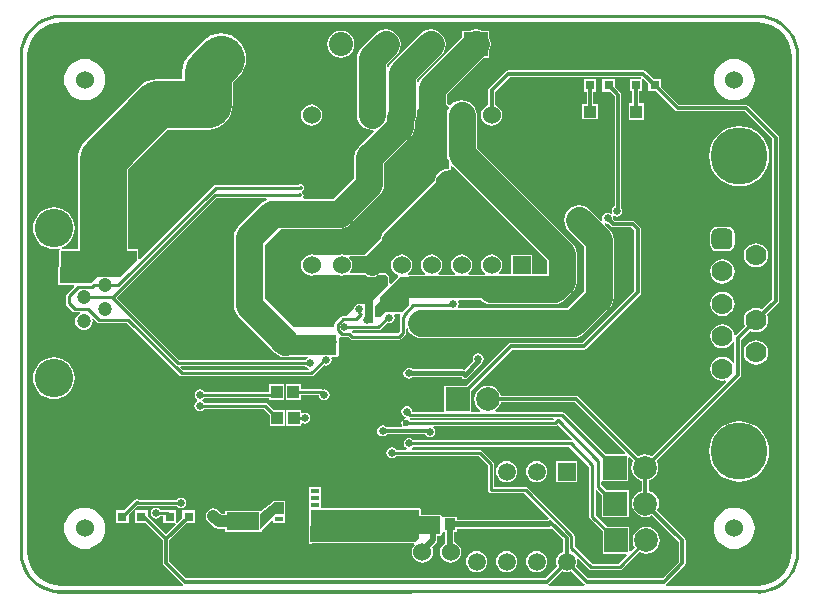
<source format=gtl>
G04 Layer_Physical_Order=1*
G04 Layer_Color=25308*
%FSLAX24Y24*%
%MOIN*%
G70*
G01*
G75*
%ADD10R,0.0315X0.1181*%
%ADD11R,0.0295X0.0157*%
%ADD12R,0.1102X0.0591*%
%ADD13R,0.0394X0.0433*%
%ADD14R,0.0413X0.0394*%
%ADD15R,0.0315X0.0315*%
%ADD16R,0.0354X0.0413*%
%ADD17C,0.0100*%
%ADD18C,0.1575*%
%ADD19C,0.0886*%
%ADD20C,0.0157*%
%ADD21C,0.0118*%
%ADD22C,0.0887*%
%ADD23C,0.0492*%
%ADD24C,0.0394*%
%ADD25C,0.0197*%
%ADD26C,0.0591*%
%ADD27C,0.0689*%
%ADD28R,0.1319X0.1319*%
%ADD29R,0.6451X0.1306*%
%ADD30R,0.0870X0.2572*%
%ADD31R,0.1772X0.0695*%
%ADD32R,0.0287X0.0826*%
%ADD33R,0.2749X0.0719*%
%ADD34R,0.0818X0.0594*%
%ADD35C,0.0600*%
%ADD36C,0.0472*%
%ADD37C,0.1280*%
%ADD38C,0.0591*%
%ADD39R,0.0591X0.0591*%
%ADD40C,0.0700*%
G04:AMPARAMS|DCode=41|XSize=70mil|YSize=70mil|CornerRadius=17.5mil|HoleSize=0mil|Usage=FLASHONLY|Rotation=90.000|XOffset=0mil|YOffset=0mil|HoleType=Round|Shape=RoundedRectangle|*
%AMROUNDEDRECTD41*
21,1,0.0700,0.0350,0,0,90.0*
21,1,0.0350,0.0700,0,0,90.0*
1,1,0.0350,0.0175,0.0175*
1,1,0.0350,0.0175,-0.0175*
1,1,0.0350,-0.0175,-0.0175*
1,1,0.0350,-0.0175,0.0175*
%
%ADD41ROUNDEDRECTD41*%
%ADD42C,0.1900*%
%ADD43R,0.0600X0.0600*%
%ADD44C,0.0787*%
%ADD45R,0.0787X0.0787*%
%ADD46C,0.1378*%
%ADD47R,0.1378X0.1378*%
%ADD48C,0.0800*%
%ADD49R,0.0800X0.0800*%
%ADD50C,0.0256*%
%ADD51C,0.0252*%
%ADD52C,0.0394*%
%ADD53C,0.0236*%
%ADD54C,0.0138*%
G36*
X28563Y45066D02*
X28774Y45015D01*
X28974Y44932D01*
X29159Y44819D01*
X29324Y44678D01*
X29465Y44513D01*
X29578Y44328D01*
X29661Y44128D01*
X29712Y43917D01*
X29728Y43705D01*
X29725Y43701D01*
X29725D01*
X29729Y27165D01*
X29712Y26949D01*
X29661Y26738D01*
X29578Y26538D01*
X29465Y26353D01*
X29324Y26188D01*
X29159Y26047D01*
X28974Y25934D01*
X28774Y25851D01*
X28563Y25800D01*
X28351Y25783D01*
X28346Y25787D01*
Y25787D01*
X5118Y25783D01*
X4902Y25800D01*
X4691Y25851D01*
X4491Y25934D01*
X4306Y26047D01*
X4141Y26188D01*
X4000Y26353D01*
X3886Y26538D01*
X3803Y26738D01*
X3753Y26949D01*
X3736Y27161D01*
X3740Y27165D01*
X3740D01*
X3736Y43701D01*
X3753Y43917D01*
X3803Y44128D01*
X3886Y44328D01*
X4000Y44513D01*
X4141Y44678D01*
X4306Y44819D01*
X4491Y44932D01*
X4691Y45015D01*
X4902Y45066D01*
X5114Y45083D01*
X5118Y45079D01*
Y45079D01*
X28346Y45083D01*
X28563Y45066D01*
D02*
G37*
%LPC*%
G36*
X28346Y44976D02*
Y44974D01*
X5118D01*
Y44976D01*
X4919Y44961D01*
X4724Y44914D01*
X4539Y44837D01*
X4368Y44733D01*
X4216Y44603D01*
X4086Y44451D01*
X3982Y44280D01*
X3905Y44095D01*
X3858Y43900D01*
X3846Y43750D01*
X3846Y43750D01*
X3846Y43750D01*
X3843Y43701D01*
X3845Y43701D01*
X3845D01*
Y27165D01*
X3843D01*
X3858Y26966D01*
X3905Y26771D01*
X3982Y26586D01*
X4086Y26416D01*
X4216Y26263D01*
X4368Y26133D01*
X4539Y26029D01*
X4724Y25952D01*
X4919Y25905D01*
X5118Y25890D01*
Y25892D01*
X28346D01*
Y25890D01*
X28546Y25905D01*
X28741Y25952D01*
X28926Y26029D01*
X29096Y26133D01*
X29248Y26263D01*
X29378Y26416D01*
X29483Y26586D01*
X29560Y26771D01*
X29606Y26966D01*
X29622Y27165D01*
X29620D01*
Y43701D01*
X29622D01*
X29606Y43900D01*
X29560Y44095D01*
X29483Y44280D01*
X29378Y44451D01*
X29248Y44603D01*
X29096Y44733D01*
X28926Y44837D01*
X28741Y44914D01*
X28546Y44961D01*
X28346Y44976D01*
D02*
G37*
%LPD*%
G36*
X11977Y38902D02*
X11905Y38872D01*
X11802Y38793D01*
X11799Y38789D01*
X11023Y38013D01*
X10944Y37910D01*
X10894Y37790D01*
X10877Y37661D01*
Y35385D01*
X10894Y35256D01*
X10944Y35136D01*
X11023Y35033D01*
X12245Y33811D01*
X12348Y33732D01*
X12468Y33682D01*
X12597Y33665D01*
X12699Y33678D01*
X13343D01*
X13348Y33628D01*
X13345Y33628D01*
X13286Y33588D01*
X13268Y33562D01*
X9060D01*
X6981Y35641D01*
X10292Y38952D01*
X11968D01*
X11977Y38902D01*
D02*
G37*
G36*
X13286Y33330D02*
X13345Y33290D01*
X13356Y33288D01*
X13381Y33232D01*
X13376Y33225D01*
X13373Y33223D01*
X9185D01*
X9099Y33310D01*
X9118Y33356D01*
X13268D01*
X13286Y33330D01*
D02*
G37*
G36*
X21550Y31593D02*
X21524Y31560D01*
X16786D01*
X16750Y31600D01*
X16753Y31635D01*
X16756Y31639D01*
X21531D01*
X21550Y31593D01*
D02*
G37*
G36*
X16722Y36329D02*
Y35394D01*
X16496Y35167D01*
X15915D01*
X15758Y35010D01*
X15591D01*
Y35364D01*
X15768Y35541D01*
Y35679D01*
X16427Y36339D01*
X16545D01*
X16703Y36348D01*
X16722Y36329D01*
D02*
G37*
G36*
X16415Y35106D02*
X16434Y35062D01*
X16422Y35045D01*
X16415Y35005D01*
Y34513D01*
X16355Y34454D01*
X14866D01*
X14817Y34502D01*
X14825Y34537D01*
X14836Y34552D01*
X15699D01*
X15739Y34560D01*
X15772Y34583D01*
X15998Y34809D01*
X16053Y34798D01*
X16123Y34812D01*
X16182Y34851D01*
X16222Y34910D01*
X16236Y34980D01*
X16222Y35050D01*
X16214Y35062D01*
X16241Y35112D01*
X16409D01*
X16415Y35106D01*
D02*
G37*
G36*
X28346Y44829D02*
X28523Y44815D01*
X28695Y44774D01*
X28859Y44706D01*
X29010Y44614D01*
X29144Y44499D01*
X29259Y44364D01*
X29352Y44213D01*
X29420Y44049D01*
X29461Y43877D01*
X29475Y43701D01*
X29475D01*
Y27165D01*
X29475D01*
X29461Y26989D01*
X29420Y26817D01*
X29352Y26653D01*
X29259Y26502D01*
X29144Y26367D01*
X29010Y26252D01*
X28859Y26160D01*
X28695Y26092D01*
X28523Y26051D01*
X28346Y26037D01*
Y26037D01*
X25289D01*
X25274Y26087D01*
X25296Y26102D01*
X25906Y26712D01*
X25931Y26748D01*
X25939Y26791D01*
Y27559D01*
X25931Y27602D01*
X25906Y27639D01*
X25894Y27646D01*
X24989Y28552D01*
X24991Y28555D01*
X25036Y28663D01*
X25051Y28780D01*
X25036Y28896D01*
X24991Y29004D01*
X24920Y29097D01*
X24827Y29168D01*
X24718Y29213D01*
X24715Y29213D01*
Y29553D01*
X24807Y29592D01*
X24900Y29663D01*
X24971Y29756D01*
X25016Y29864D01*
X25031Y29980D01*
X25016Y30096D01*
X24971Y30205D01*
X24969Y30208D01*
X27760Y32998D01*
X27784Y33035D01*
X27793Y33078D01*
Y34247D01*
X28091Y34545D01*
X28181Y34508D01*
X28285Y34494D01*
X28390Y34508D01*
X28488Y34548D01*
X28571Y34612D01*
X28636Y34696D01*
X28676Y34794D01*
X28690Y34898D01*
X28676Y35003D01*
X28639Y35093D01*
X29016Y35471D01*
X29041Y35507D01*
X29049Y35550D01*
Y40982D01*
X29041Y41025D01*
X29016Y41062D01*
X28033Y42045D01*
X27997Y42070D01*
X27954Y42078D01*
X25722D01*
X25119Y42681D01*
Y42940D01*
X24860D01*
X24609Y43191D01*
X24573Y43215D01*
X24530Y43224D01*
X20030D01*
X19987Y43215D01*
X19950Y43191D01*
X19393Y42633D01*
X19369Y42597D01*
X19360Y42554D01*
Y42066D01*
X19295Y42039D01*
X19222Y41983D01*
X19166Y41909D01*
X19130Y41824D01*
X19118Y41732D01*
X19130Y41641D01*
X19166Y41555D01*
X19222Y41482D01*
X19295Y41426D01*
X19381Y41390D01*
X19472Y41378D01*
X19564Y41390D01*
X19650Y41426D01*
X19723Y41482D01*
X19779Y41555D01*
X19815Y41641D01*
X19827Y41732D01*
X19815Y41824D01*
X19779Y41909D01*
X19723Y41983D01*
X19650Y42039D01*
X19585Y42066D01*
Y42507D01*
X20076Y42999D01*
X24445D01*
X24451Y42990D01*
X24449Y42977D01*
X24423Y42940D01*
X24071D01*
Y42522D01*
X24168D01*
Y42117D01*
X24042D01*
Y41582D01*
X24538D01*
Y42117D01*
X24392D01*
Y42522D01*
X24489D01*
Y42893D01*
Y42893D01*
X24489Y42897D01*
X24489Y42915D01*
Y42922D01*
Y42923D01*
X24492Y42924D01*
X24494Y42925D01*
X24496Y42926D01*
X24506Y42931D01*
X24512Y42934D01*
X24522Y42939D01*
D01*
X24528Y42942D01*
X24536Y42946D01*
X24701Y42781D01*
Y42522D01*
X24960D01*
X25596Y41886D01*
X25632Y41862D01*
X25675Y41853D01*
X27907D01*
X28825Y40936D01*
Y35597D01*
X28480Y35252D01*
X28390Y35289D01*
X28285Y35303D01*
X28181Y35289D01*
X28083Y35249D01*
X27999Y35185D01*
X27935Y35101D01*
X27894Y35003D01*
X27881Y34898D01*
X27894Y34794D01*
X27932Y34704D01*
X27616Y34388D01*
X27564Y34404D01*
X27556Y34463D01*
X27516Y34561D01*
X27451Y34645D01*
X27368Y34709D01*
X27270Y34749D01*
X27165Y34763D01*
X27061Y34749D01*
X26963Y34709D01*
X26879Y34645D01*
X26815Y34561D01*
X26774Y34463D01*
X26761Y34358D01*
X26774Y34254D01*
X26815Y34156D01*
X26879Y34072D01*
X26963Y34008D01*
X27061Y33968D01*
X27165Y33954D01*
X27270Y33968D01*
X27368Y34008D01*
X27451Y34072D01*
X27516Y34156D01*
X27518Y34161D01*
X27568Y34151D01*
Y33486D01*
X27518Y33476D01*
X27516Y33481D01*
X27451Y33565D01*
X27368Y33629D01*
X27270Y33669D01*
X27165Y33683D01*
X27061Y33669D01*
X26963Y33629D01*
X26879Y33565D01*
X26815Y33481D01*
X26774Y33383D01*
X26761Y33278D01*
X26774Y33174D01*
X26815Y33076D01*
X26879Y32992D01*
X26963Y32928D01*
X27061Y32888D01*
X27165Y32874D01*
X27259Y32886D01*
X27280Y32855D01*
X27285Y32841D01*
X24810Y30367D01*
X24807Y30369D01*
X24699Y30414D01*
X24583Y30429D01*
X24467Y30414D01*
X24358Y30369D01*
X24355Y30367D01*
X22379Y32343D01*
X22342Y32368D01*
X22299Y32376D01*
X19780D01*
X19780Y32380D01*
X19735Y32488D01*
X19664Y32581D01*
X19571Y32652D01*
X19463Y32697D01*
X19346Y32713D01*
X19230Y32697D01*
X19122Y32652D01*
X19029Y32581D01*
X18958Y32488D01*
X18913Y32380D01*
X18898Y32264D01*
X18913Y32148D01*
X18958Y32039D01*
X19029Y31946D01*
X19096Y31895D01*
X19079Y31845D01*
X18791D01*
Y32550D01*
X20152Y33911D01*
X22549D01*
X22592Y33919D01*
X22628Y33944D01*
X24424Y35739D01*
X24448Y35775D01*
X24456Y35819D01*
Y37933D01*
X24448Y37976D01*
X24424Y38012D01*
X24256Y38180D01*
X24219Y38204D01*
X24176Y38213D01*
X23571D01*
X23517Y38268D01*
X23520Y38287D01*
X23508Y38350D01*
X23526Y38369D01*
X23549Y38383D01*
X23582Y38360D01*
X23652Y38346D01*
X23722Y38360D01*
X23782Y38400D01*
X23821Y38459D01*
X23835Y38529D01*
X23821Y38599D01*
X23795Y38638D01*
Y42386D01*
X23800Y42412D01*
X23792Y42455D01*
X23767Y42492D01*
X23587Y42672D01*
Y42931D01*
X23169D01*
Y42513D01*
X23428D01*
X23570Y42371D01*
Y38689D01*
X23523Y38658D01*
X23484Y38599D01*
X23470Y38529D01*
X23482Y38467D01*
X23464Y38447D01*
X23442Y38434D01*
X23408Y38456D01*
X23338Y38470D01*
X23268Y38456D01*
X23209Y38417D01*
X23169Y38357D01*
X23155Y38287D01*
X23169Y38218D01*
X23130Y38187D01*
X22740Y38576D01*
X22637Y38656D01*
X22516Y38705D01*
X22387Y38722D01*
X22258Y38705D01*
X22138Y38656D01*
X22035Y38576D01*
X21956Y38473D01*
X21906Y38353D01*
X21889Y38224D01*
X21906Y38095D01*
X21956Y37975D01*
X22035Y37872D01*
X22544Y37363D01*
Y35852D01*
X21983Y35292D01*
X18370D01*
X18343Y35342D01*
X18360Y35366D01*
X18374Y35436D01*
X18360Y35506D01*
X18348Y35525D01*
X18374Y35575D01*
X19095D01*
X19095Y35574D01*
X19198Y35495D01*
X19318Y35445D01*
X19447Y35428D01*
X21566D01*
X21695Y35445D01*
X21815Y35495D01*
X21918Y35574D01*
X22161Y35818D01*
X22241Y35921D01*
X22290Y36041D01*
X22307Y36170D01*
Y37105D01*
X22290Y37234D01*
X22241Y37354D01*
X22161Y37457D01*
X18971Y40648D01*
Y41732D01*
X18954Y41861D01*
X18904Y41981D01*
X18825Y42085D01*
X18722Y42164D01*
X18601Y42214D01*
X18472Y42231D01*
X18343Y42214D01*
X18223Y42164D01*
X18120Y42085D01*
X18106Y42066D01*
X18056Y42063D01*
X18014Y42105D01*
X17974Y42122D01*
X17971D01*
Y42413D01*
X19201Y43643D01*
X19398D01*
Y43891D01*
X19429Y43965D01*
X19446Y44094D01*
X19429Y44224D01*
X19398Y44298D01*
Y44546D01*
X19150D01*
X19076Y44576D01*
X18947Y44593D01*
X18818Y44576D01*
X18743Y44546D01*
X18496D01*
Y44349D01*
X17120Y42973D01*
X17040Y42870D01*
X17021Y42824D01*
X16971Y42834D01*
Y42914D01*
X17799Y43742D01*
X17878Y43845D01*
X17928Y43966D01*
X17945Y44094D01*
X17928Y44223D01*
X17878Y44344D01*
X17799Y44447D01*
X17696Y44526D01*
X17576Y44576D01*
X17447Y44593D01*
X17318Y44576D01*
X17198Y44526D01*
X17094Y44447D01*
X16183Y43535D01*
X16157Y43502D01*
X16120Y43473D01*
X16040Y43370D01*
X16021Y43322D01*
X15971Y43332D01*
Y43414D01*
X16299Y43742D01*
X16378Y43845D01*
X16428Y43966D01*
X16445Y44094D01*
X16428Y44223D01*
X16378Y44344D01*
X16299Y44447D01*
X16196Y44526D01*
X16076Y44576D01*
X15947Y44593D01*
X15818Y44576D01*
X15698Y44526D01*
X15594Y44447D01*
X15120Y43972D01*
X15041Y43869D01*
X14991Y43749D01*
X14974Y43620D01*
Y41732D01*
X14991Y41603D01*
X15041Y41483D01*
X15120Y41380D01*
X15223Y41301D01*
X15343Y41251D01*
X15472Y41234D01*
X15531Y41242D01*
X15555Y41194D01*
X15042Y40681D01*
X14963Y40578D01*
X14913Y40458D01*
X14896Y40329D01*
Y39636D01*
X14198Y38939D01*
X13206D01*
X13181Y38989D01*
X13194Y39008D01*
X13203Y39055D01*
X13194Y39102D01*
X13167Y39142D01*
X13157Y39149D01*
X13154Y39165D01*
X13161Y39206D01*
X13189Y39225D01*
X13216Y39265D01*
X13225Y39311D01*
X13216Y39358D01*
X13189Y39398D01*
X13150Y39425D01*
X13103Y39434D01*
X13056Y39425D01*
X13041Y39415D01*
X10276D01*
X10237Y39407D01*
X10203Y39384D01*
X7744Y36926D01*
X7694Y36946D01*
Y37243D01*
X7678Y37282D01*
X7639Y37298D01*
X7600Y37282D01*
X7583Y37266D01*
X7390D01*
X7356Y37303D01*
X7358Y37323D01*
Y39933D01*
X8668Y41242D01*
X10006D01*
X10171Y41259D01*
X10329Y41307D01*
X10474Y41384D01*
X10602Y41489D01*
X10707Y41617D01*
X10785Y41763D01*
X10833Y41921D01*
X10849Y42085D01*
Y42823D01*
X11043Y43017D01*
X11148Y43144D01*
X11226Y43290D01*
X11274Y43448D01*
X11290Y43613D01*
X11274Y43777D01*
X11226Y43935D01*
X11148Y44081D01*
X11043Y44208D01*
X10915Y44313D01*
X10770Y44391D01*
X10611Y44439D01*
X10447Y44455D01*
X10283Y44439D01*
X10125Y44391D01*
X9979Y44313D01*
X9851Y44208D01*
X9410Y43767D01*
X9306Y43640D01*
X9228Y43494D01*
X9180Y43336D01*
X9164Y43172D01*
Y42928D01*
X8319D01*
X8154Y42911D01*
X7996Y42864D01*
X7851Y42786D01*
X7781Y42728D01*
X7723Y42681D01*
X5920Y40878D01*
X5815Y40750D01*
X5737Y40604D01*
X5689Y40446D01*
X5673Y40282D01*
Y37323D01*
X5675Y37303D01*
X5642Y37266D01*
X5144D01*
X5137Y37316D01*
X5148Y37319D01*
X5268Y37383D01*
X5373Y37470D01*
X5459Y37575D01*
X5524Y37695D01*
X5563Y37825D01*
X5576Y37961D01*
X5563Y38096D01*
X5524Y38226D01*
X5459Y38346D01*
X5373Y38452D01*
X5268Y38538D01*
X5148Y38602D01*
X5017Y38642D01*
X4882Y38655D01*
X4746Y38642D01*
X4616Y38602D01*
X4496Y38538D01*
X4391Y38452D01*
X4304Y38346D01*
X4240Y38226D01*
X4201Y38096D01*
X4187Y37961D01*
X4201Y37825D01*
X4240Y37695D01*
X4304Y37575D01*
X4391Y37470D01*
X4496Y37383D01*
X4616Y37319D01*
X4746Y37279D01*
X4882Y37266D01*
X5017Y37279D01*
X5049Y37289D01*
X5049Y37289D01*
X5073Y37244D01*
X5067Y37231D01*
X5059Y37212D01*
X5027Y36119D01*
X5027Y36119D01*
X5026Y36118D01*
X5034Y36099D01*
X5042Y36080D01*
X5042Y36079D01*
X5043Y36079D01*
X5050Y36076D01*
X5050Y36076D01*
X5050Y36076D01*
X5062Y36071D01*
X5080Y36062D01*
X5081Y36063D01*
X5082Y36062D01*
X5536D01*
X5555Y36016D01*
X5321Y35782D01*
X5298Y35748D01*
X5291Y35709D01*
Y35453D01*
X5298Y35413D01*
X5321Y35380D01*
X5498Y35203D01*
X5531Y35180D01*
X5571Y35172D01*
X5759D01*
X5769Y35122D01*
X5737Y35109D01*
X5677Y35063D01*
X5631Y35003D01*
X5602Y34933D01*
X5592Y34858D01*
X5602Y34783D01*
X5631Y34713D01*
X5677Y34653D01*
X5737Y34607D01*
X5807Y34578D01*
X5882Y34568D01*
X5957Y34578D01*
X6027Y34607D01*
X6087Y34653D01*
X6133Y34713D01*
X6162Y34783D01*
X6172Y34858D01*
X6164Y34919D01*
X6209Y34945D01*
X6318Y34835D01*
X6351Y34813D01*
X6391Y34805D01*
X7312D01*
X9070Y33047D01*
X9103Y33025D01*
X9143Y33017D01*
X13461D01*
X13500Y33025D01*
X13534Y33047D01*
X13877Y33391D01*
X13884Y33386D01*
X13954Y33372D01*
X14024Y33386D01*
X14083Y33426D01*
X14123Y33485D01*
X14137Y33555D01*
X14123Y33625D01*
X14117Y33634D01*
X14140Y33678D01*
X14321D01*
X14360Y33695D01*
X14376Y33734D01*
Y34309D01*
X14426Y34335D01*
X14433Y34331D01*
X14472Y34323D01*
X14704D01*
X14750Y34277D01*
X14783Y34255D01*
X14823Y34247D01*
X16398D01*
X16437Y34255D01*
X16471Y34277D01*
X16591Y34397D01*
X16604Y34417D01*
X16613Y34431D01*
X16621Y34470D01*
Y34607D01*
X16671Y34617D01*
X16701Y34544D01*
X16780Y34441D01*
X16883Y34362D01*
X17004Y34312D01*
X17133Y34295D01*
X22190D01*
X22319Y34312D01*
X22439Y34362D01*
X22542Y34441D01*
X23395Y35293D01*
X23474Y35396D01*
X23523Y35517D01*
X23540Y35646D01*
Y37569D01*
X23523Y37698D01*
X23474Y37818D01*
X23395Y37922D01*
X23237Y38079D01*
X23268Y38119D01*
X23338Y38105D01*
X23358Y38109D01*
X23445Y38021D01*
X23482Y37997D01*
X23525Y37988D01*
X24130D01*
X24232Y37886D01*
Y35865D01*
X22502Y34136D01*
X20106D01*
X20063Y34127D01*
X20026Y34103D01*
X18632Y32709D01*
X17902D01*
Y31845D01*
X16831D01*
X16826Y31850D01*
X16812Y31920D01*
X16773Y31980D01*
X16714Y32019D01*
X16644Y32033D01*
X16574Y32019D01*
X16515Y31980D01*
X16475Y31920D01*
X16461Y31850D01*
X16475Y31781D01*
X16515Y31721D01*
X16574Y31682D01*
X16607Y31675D01*
Y31624D01*
X16568Y31616D01*
X16512Y31579D01*
X16474Y31523D01*
X16461Y31457D01*
X16474Y31391D01*
X16486Y31373D01*
X16459Y31323D01*
X15977D01*
X15966Y31340D01*
X15907Y31379D01*
X15837Y31393D01*
X15767Y31379D01*
X15707Y31340D01*
X15668Y31281D01*
X15654Y31211D01*
X15668Y31141D01*
X15707Y31081D01*
X15767Y31042D01*
X15837Y31028D01*
X15907Y31042D01*
X15966Y31081D01*
X15977Y31098D01*
X17239D01*
X17239Y31097D01*
X17279Y31037D01*
X17338Y30998D01*
X17408Y30984D01*
X17478Y30998D01*
X17537Y31037D01*
X17577Y31097D01*
X17591Y31167D01*
X17577Y31236D01*
X17537Y31296D01*
X17525Y31304D01*
X17540Y31354D01*
X21575D01*
X21614Y31361D01*
X21648Y31384D01*
X21648Y31384D01*
X21698D01*
X22150Y30933D01*
X22125Y30887D01*
X22106Y30891D01*
X22090Y30887D01*
X16877D01*
X16860Y30913D01*
X16801Y30953D01*
X16731Y30967D01*
X16661Y30953D01*
X16602Y30913D01*
X16562Y30854D01*
X16548Y30784D01*
X16562Y30714D01*
X16602Y30655D01*
X16643Y30628D01*
X16628Y30578D01*
X16289D01*
X16271Y30604D01*
X16212Y30643D01*
X16142Y30657D01*
X16072Y30643D01*
X16013Y30604D01*
X15974Y30544D01*
X15960Y30474D01*
X15974Y30405D01*
X16013Y30345D01*
X16072Y30306D01*
X16142Y30292D01*
X16212Y30306D01*
X16271Y30345D01*
X16289Y30371D01*
X19030D01*
X19346Y30056D01*
Y29226D01*
X19354Y29186D01*
X19376Y29153D01*
X19409Y29130D01*
X19449Y29122D01*
X20565D01*
X21376Y28311D01*
X21360Y28256D01*
X21332Y28237D01*
X18306D01*
Y28342D01*
X17858D01*
X17854Y28342D01*
X17822Y28355D01*
X17807Y28362D01*
X17792Y28400D01*
X17752Y28416D01*
X17107D01*
Y28581D01*
X17091Y28620D01*
X17052Y28636D01*
X13791D01*
Y28846D01*
Y29083D01*
Y29343D01*
X13394D01*
Y29083D01*
Y28846D01*
Y28610D01*
Y28599D01*
X13386Y28581D01*
X13375Y27497D01*
X13375Y27497D01*
X13375Y27496D01*
X13383Y27477D01*
X13387Y27465D01*
X13388Y27465D01*
X13388Y27465D01*
X13388Y27464D01*
X13388Y27464D01*
Y27464D01*
X13388Y27464D01*
D01*
X13388Y27464D01*
X13388Y27464D01*
X13389Y27460D01*
X13390Y27459D01*
X13390Y27459D01*
X13390Y27459D01*
X13390Y27459D01*
X13390Y27459D01*
X13390Y27459D01*
X13390Y27458D01*
X13390Y27458D01*
D01*
X13390Y27458D01*
Y27458D01*
X13390Y27458D01*
X13391Y27458D01*
X13391Y27457D01*
X13409Y27450D01*
X13410Y27449D01*
X13410Y27449D01*
X13429Y27441D01*
X13430Y27441D01*
X13430Y27441D01*
X13430Y27441D01*
X13430Y27441D01*
X13435Y27443D01*
X13436Y27444D01*
D01*
X13482Y27453D01*
X16883D01*
X16889Y27445D01*
X16905Y27403D01*
X16859Y27342D01*
X16823Y27257D01*
X16811Y27165D01*
X16823Y27074D01*
X16859Y26988D01*
X16915Y26915D01*
X16988Y26859D01*
X17074Y26823D01*
X17165Y26811D01*
X17257Y26823D01*
X17342Y26859D01*
X17416Y26915D01*
X17472Y26988D01*
X17507Y27074D01*
X17520Y27165D01*
X17507Y27257D01*
X17482Y27320D01*
X17614Y27452D01*
X17647Y27502D01*
X17659Y27560D01*
Y27711D01*
X17752D01*
X17792Y27727D01*
X17808Y27767D01*
Y27805D01*
X17808Y27805D01*
X17849Y27826D01*
X17858Y27826D01*
X17925D01*
Y27469D01*
X17855Y27416D01*
X17799Y27342D01*
X17763Y27257D01*
X17751Y27165D01*
X17763Y27074D01*
X17799Y26988D01*
X17855Y26915D01*
X17928Y26859D01*
X18014Y26823D01*
X18106Y26811D01*
X18197Y26823D01*
X18283Y26859D01*
X18356Y26915D01*
X18412Y26988D01*
X18448Y27074D01*
X18460Y27165D01*
X18448Y27257D01*
X18412Y27342D01*
X18356Y27416D01*
X18283Y27472D01*
X18230Y27494D01*
Y27826D01*
X18306D01*
Y27932D01*
X21391D01*
X21450Y27943D01*
X21482Y27965D01*
X21860Y27587D01*
Y27175D01*
X21798Y27149D01*
X21725Y27094D01*
X21670Y27021D01*
X21635Y26937D01*
X21623Y26846D01*
X21635Y26756D01*
X21661Y26694D01*
X21261Y26293D01*
X9299D01*
X8734Y26858D01*
Y27552D01*
X9320Y28138D01*
X9579D01*
Y28555D01*
X9161D01*
Y28297D01*
X8996Y28132D01*
X8949Y28155D01*
Y28555D01*
X8688D01*
X8680Y28560D01*
X8641Y28568D01*
X8434D01*
X8417Y28594D01*
X8357Y28633D01*
X8293Y28646D01*
X8298Y28696D01*
X8970D01*
X8987Y28670D01*
X9047Y28630D01*
X9117Y28617D01*
X9186Y28630D01*
X9246Y28670D01*
X9285Y28729D01*
X9299Y28799D01*
X9285Y28869D01*
X9246Y28928D01*
X9186Y28968D01*
X9117Y28982D01*
X9047Y28968D01*
X8987Y28928D01*
X8970Y28902D01*
X7747D01*
X7734Y28915D01*
X7700Y28937D01*
X7661Y28945D01*
X7628Y28939D01*
X7622Y28937D01*
X7588Y28915D01*
X7228Y28555D01*
X6957D01*
Y28138D01*
X7374D01*
Y28409D01*
X7548Y28584D01*
X7587Y28551D01*
Y28138D01*
X7924D01*
X8510Y27552D01*
Y26811D01*
X8518Y26768D01*
X8543Y26732D01*
X9172Y26102D01*
X9195Y26087D01*
X9179Y26037D01*
X5118D01*
Y26037D01*
X4942Y26051D01*
X4769Y26092D01*
X4606Y26160D01*
X4455Y26252D01*
X4320Y26367D01*
X4205Y26502D01*
X4113Y26653D01*
X4045Y26817D01*
X4004Y26989D01*
X3990Y27165D01*
X3990D01*
Y43651D01*
X3990Y43693D01*
X3998Y43701D01*
X3998D01*
X3998Y43701D01*
X3998Y43701D01*
X3994Y43751D01*
X4004Y43877D01*
X4045Y44049D01*
X4113Y44213D01*
X4205Y44364D01*
X4320Y44499D01*
X4455Y44614D01*
X4606Y44706D01*
X4769Y44774D01*
X4942Y44815D01*
X5118Y44829D01*
Y44829D01*
X28346D01*
Y44829D01*
D02*
G37*
G36*
X17052Y27634D02*
X16926Y27508D01*
X13442D01*
X13430Y27496D01*
X13442Y28581D01*
X17052D01*
Y27634D01*
D02*
G37*
G36*
X22731Y30016D02*
Y28346D01*
X22739Y28307D01*
X22762Y28274D01*
X23177Y27858D01*
Y27114D01*
X23966D01*
X23985Y27068D01*
X23693Y26776D01*
X22818D01*
X22236Y27359D01*
Y27700D01*
X22228Y27740D01*
X22206Y27773D01*
X20680Y29299D01*
X20647Y29321D01*
X20607Y29329D01*
X19552D01*
Y30098D01*
X19544Y30138D01*
X19522Y30171D01*
X19146Y30547D01*
X19112Y30570D01*
X19073Y30578D01*
X16834D01*
X16819Y30628D01*
X16860Y30655D01*
X16877Y30681D01*
X22067D01*
X22731Y30016D01*
D02*
G37*
G36*
X22558Y26102D02*
X22580Y26087D01*
X22565Y26037D01*
X21380D01*
X21364Y26087D01*
X21387Y26102D01*
X21820Y26535D01*
X21882Y26509D01*
X21972Y26497D01*
X22063Y26509D01*
X22125Y26535D01*
X22558Y26102D01*
D02*
G37*
G36*
X23933Y30471D02*
X23914Y30425D01*
X23284D01*
X21894Y31815D01*
X21861Y31837D01*
X21821Y31845D01*
X19613D01*
X19597Y31895D01*
X19664Y31946D01*
X19735Y32039D01*
X19780Y32148D01*
X19780Y32151D01*
X22253D01*
X23933Y30471D01*
D02*
G37*
G36*
X24196Y30208D02*
X24194Y30205D01*
X24149Y30096D01*
X24134Y29980D01*
X24149Y29864D01*
X24194Y29756D01*
X24265Y29663D01*
X24358Y29592D01*
X24467Y29547D01*
X24490Y29544D01*
Y29213D01*
X24486Y29213D01*
X24378Y29168D01*
X24285Y29097D01*
X24214Y29004D01*
X24169Y28896D01*
X24154Y28780D01*
X24169Y28663D01*
X24214Y28555D01*
X24285Y28462D01*
X24378Y28391D01*
X24486Y28346D01*
X24602Y28331D01*
X24718Y28346D01*
X24827Y28391D01*
X24830Y28393D01*
X25714Y27509D01*
Y26838D01*
X25170Y26293D01*
X22684D01*
X22284Y26694D01*
X22310Y26756D01*
X22322Y26846D01*
X22312Y26920D01*
X22360Y26943D01*
X22703Y26600D01*
X22736Y26578D01*
X22776Y26570D01*
X23736D01*
X23776Y26578D01*
X23809Y26600D01*
X24387Y27178D01*
X24398Y27170D01*
X24506Y27126D01*
X24622Y27110D01*
X24738Y27126D01*
X24846Y27170D01*
X24939Y27242D01*
X25011Y27335D01*
X25055Y27443D01*
X25071Y27559D01*
X25055Y27675D01*
X25011Y27783D01*
X24939Y27876D01*
X24846Y27948D01*
X24738Y27992D01*
X24622Y28008D01*
X24506Y27992D01*
X24398Y27948D01*
X24305Y27876D01*
X24233Y27783D01*
X24189Y27675D01*
X24173Y27559D01*
X24189Y27443D01*
X24233Y27335D01*
X24241Y27324D01*
X24113Y27196D01*
X24067Y27215D01*
Y28004D01*
X23323D01*
X22938Y28389D01*
Y29227D01*
X22988Y29248D01*
X23157Y29079D01*
Y28335D01*
X24047D01*
Y29224D01*
X23303D01*
X23135Y29393D01*
Y29487D01*
X23138Y29535D01*
X24028D01*
Y30311D01*
X24074Y30330D01*
X24196Y30208D01*
D02*
G37*
G36*
X7704Y28696D02*
X8277D01*
X8282Y28646D01*
X8218Y28633D01*
X8158Y28594D01*
X8119Y28534D01*
X8105Y28465D01*
X8119Y28395D01*
X8158Y28335D01*
X8218Y28296D01*
X8287Y28282D01*
X8357Y28296D01*
X8417Y28335D01*
X8434Y28361D01*
X8532D01*
Y28138D01*
X8932D01*
X8955Y28090D01*
X8622Y27757D01*
X8004Y28375D01*
Y28555D01*
X7591D01*
X7558Y28593D01*
X7668Y28703D01*
X7704Y28696D01*
D02*
G37*
G36*
X21311Y36898D02*
Y36425D01*
X20824D01*
Y37083D01*
X20121D01*
Y36425D01*
X19731D01*
X19714Y36475D01*
X19723Y36482D01*
X19779Y36555D01*
X19815Y36641D01*
X19827Y36732D01*
X19815Y36824D01*
X19779Y36909D01*
X19723Y36983D01*
X19650Y37039D01*
X19564Y37074D01*
X19472Y37086D01*
X19381Y37074D01*
X19295Y37039D01*
X19222Y36983D01*
X19166Y36909D01*
X19130Y36824D01*
X19118Y36732D01*
X19130Y36641D01*
X19166Y36555D01*
X19222Y36482D01*
X19258Y36454D01*
X19241Y36404D01*
X18703D01*
X18686Y36454D01*
X18723Y36482D01*
X18779Y36555D01*
X18815Y36641D01*
X18827Y36732D01*
X18815Y36824D01*
X18779Y36909D01*
X18723Y36983D01*
X18650Y37039D01*
X18564Y37074D01*
X18472Y37086D01*
X18381Y37074D01*
X18295Y37039D01*
X18222Y36983D01*
X18166Y36909D01*
X18130Y36824D01*
X18118Y36732D01*
X18130Y36641D01*
X18166Y36555D01*
X18222Y36482D01*
X18258Y36454D01*
X18241Y36404D01*
X17703D01*
X17686Y36454D01*
X17723Y36482D01*
X17779Y36555D01*
X17815Y36641D01*
X17827Y36732D01*
X17815Y36824D01*
X17779Y36909D01*
X17723Y36983D01*
X17650Y37039D01*
X17564Y37074D01*
X17472Y37086D01*
X17381Y37074D01*
X17295Y37039D01*
X17222Y36983D01*
X17166Y36909D01*
X17130Y36824D01*
X17118Y36732D01*
X17130Y36641D01*
X17166Y36555D01*
X17222Y36482D01*
X17258Y36454D01*
X17241Y36404D01*
X16703D01*
X16686Y36450D01*
X16685Y36453D01*
X16723Y36482D01*
X16779Y36555D01*
X16815Y36641D01*
X16827Y36732D01*
X16815Y36824D01*
X16779Y36909D01*
X16723Y36983D01*
X16650Y37039D01*
X16564Y37074D01*
X16472Y37086D01*
X16381Y37074D01*
X16295Y37039D01*
X16222Y36983D01*
X16166Y36909D01*
X16130Y36824D01*
X16118Y36732D01*
X16130Y36641D01*
X16166Y36555D01*
X16222Y36482D01*
X16295Y36426D01*
X16345Y36405D01*
X16356Y36346D01*
X16109Y36099D01*
X16063Y36118D01*
Y36337D01*
X16047Y36377D01*
X15974Y36449D01*
X15935Y36466D01*
X15703D01*
X15686Y36459D01*
X15669Y36454D01*
X15644Y36435D01*
X15561Y36401D01*
X15472Y36389D01*
X15384Y36401D01*
X15301Y36435D01*
X15276Y36454D01*
X15259Y36459D01*
X15242Y36466D01*
X14774D01*
X14749Y36516D01*
X14779Y36555D01*
X14815Y36641D01*
X14827Y36732D01*
X14815Y36824D01*
X14779Y36909D01*
X14733Y36969D01*
X14752Y37019D01*
X15250D01*
X15289Y37035D01*
X15804Y37549D01*
X15810Y37566D01*
X15819Y37581D01*
X15825Y37627D01*
X15870Y37734D01*
X15942Y37828D01*
X17603Y39489D01*
X17610Y39506D01*
X17619Y39521D01*
X17624Y39559D01*
X17668Y39666D01*
X17738Y39757D01*
X17830Y39828D01*
X17937Y39872D01*
X18058Y39888D01*
X18072Y39896D01*
X18088Y39901D01*
X18104Y39916D01*
X18105Y39917D01*
X18107Y39918D01*
X18114Y39936D01*
X18123Y39954D01*
X18122Y39956D01*
X18123Y39957D01*
Y40021D01*
X18169Y40040D01*
X21311Y36898D01*
D02*
G37*
G36*
X18049Y41992D02*
X18041Y41981D01*
X17991Y41861D01*
X17974Y41732D01*
Y40441D01*
X17991Y40312D01*
X18041Y40192D01*
X18068Y40157D01*
Y39957D01*
X18051Y39943D01*
X17922Y39926D01*
X17802Y39876D01*
X17699Y39797D01*
X17620Y39694D01*
X17570Y39573D01*
X17564Y39529D01*
X15900Y37865D01*
X15821Y37762D01*
X15771Y37642D01*
X15764Y37589D01*
X15250Y37074D01*
X14564D01*
X14564Y37074D01*
X14472Y37086D01*
X14381Y37074D01*
X14381Y37074D01*
X13564D01*
X13564Y37074D01*
X13472Y37086D01*
X13381Y37074D01*
X13295Y37039D01*
X13222Y36983D01*
X13166Y36909D01*
X13130Y36824D01*
X13118Y36732D01*
X13130Y36641D01*
X13166Y36555D01*
X13222Y36482D01*
X13295Y36426D01*
X13381Y36390D01*
X13472Y36378D01*
X13564Y36390D01*
X13613Y36410D01*
X14332D01*
X14381Y36390D01*
X14472Y36378D01*
X14564Y36390D01*
X14613Y36410D01*
X15242D01*
X15273Y36387D01*
X15369Y36347D01*
X15472Y36333D01*
X15576Y36347D01*
X15672Y36387D01*
X15703Y36410D01*
X15935D01*
X16008Y36337D01*
Y36026D01*
X15535Y35554D01*
Y35426D01*
X15130D01*
X15069Y35439D01*
X14999Y35425D01*
X14940Y35385D01*
X14900Y35326D01*
X14896Y35304D01*
X14636Y35044D01*
X14528D01*
X14489Y35036D01*
X14455Y35014D01*
X14265Y34823D01*
X14242Y34790D01*
X14235Y34750D01*
Y34657D01*
X12873D01*
X11934Y35596D01*
Y37407D01*
X12468Y37941D01*
X14405D01*
X14534Y37958D01*
X14654Y38008D01*
X14758Y38087D01*
X15747Y39077D01*
X15827Y39180D01*
X15877Y39301D01*
X15894Y39430D01*
Y40122D01*
X16763Y40991D01*
X16763Y40991D01*
X16842Y41094D01*
X16892Y41215D01*
X16909Y41344D01*
Y41494D01*
X16954Y41603D01*
X16971Y41732D01*
X16971Y41732D01*
Y41878D01*
X17159Y42066D01*
X17974D01*
X18049Y41992D01*
D02*
G37*
G36*
X7639Y36903D02*
X7083Y36346D01*
X6339D01*
X6110Y36118D01*
X5082D01*
X5114Y37210D01*
X7606D01*
X7639Y37243D01*
Y36903D01*
D02*
G37*
%LPC*%
G36*
X13472Y42086D02*
X13381Y42074D01*
X13295Y42039D01*
X13222Y41983D01*
X13166Y41909D01*
X13130Y41824D01*
X13118Y41732D01*
X13130Y41641D01*
X13166Y41555D01*
X13222Y41482D01*
X13295Y41426D01*
X13381Y41390D01*
X13472Y41378D01*
X13564Y41390D01*
X13650Y41426D01*
X13723Y41482D01*
X13779Y41555D01*
X13815Y41641D01*
X13827Y41732D01*
X13815Y41824D01*
X13779Y41909D01*
X13723Y41983D01*
X13650Y42039D01*
X13564Y42074D01*
X13472Y42086D01*
D02*
G37*
G36*
X22957Y42931D02*
X22539D01*
Y42513D01*
X22637D01*
Y42097D01*
X22492D01*
Y41601D01*
X23007D01*
Y42097D01*
X22862D01*
Y42513D01*
X22957D01*
Y42931D01*
D02*
G37*
G36*
X5906Y43598D02*
X5772Y43585D01*
X5644Y43546D01*
X5525Y43482D01*
X5422Y43397D01*
X5336Y43294D01*
X5273Y43175D01*
X5234Y43047D01*
X5221Y42913D01*
X5234Y42780D01*
X5273Y42651D01*
X5336Y42533D01*
X5422Y42429D01*
X5525Y42344D01*
X5644Y42281D01*
X5772Y42242D01*
X5906Y42229D01*
X6039Y42242D01*
X6167Y42281D01*
X6286Y42344D01*
X6389Y42429D01*
X6475Y42533D01*
X6538Y42651D01*
X6577Y42780D01*
X6590Y42913D01*
X6577Y43047D01*
X6538Y43175D01*
X6475Y43294D01*
X6389Y43397D01*
X6286Y43482D01*
X6167Y43546D01*
X6039Y43585D01*
X5906Y43598D01*
D02*
G37*
G36*
X20972Y30196D02*
X20882Y30184D01*
X20798Y30149D01*
X20725Y30094D01*
X20670Y30021D01*
X20635Y29937D01*
X20623Y29846D01*
X20635Y29756D01*
X20670Y29672D01*
X20725Y29599D01*
X20798Y29544D01*
X20882Y29509D01*
X20972Y29497D01*
X21063Y29509D01*
X21147Y29544D01*
X21220Y29599D01*
X21275Y29672D01*
X21310Y29756D01*
X21322Y29846D01*
X21310Y29937D01*
X21275Y30021D01*
X21220Y30094D01*
X21147Y30149D01*
X21063Y30184D01*
X20972Y30196D01*
D02*
G37*
G36*
X19972D02*
X19882Y30184D01*
X19798Y30149D01*
X19725Y30094D01*
X19670Y30021D01*
X19635Y29937D01*
X19623Y29846D01*
X19635Y29756D01*
X19670Y29672D01*
X19725Y29599D01*
X19798Y29544D01*
X19882Y29509D01*
X19972Y29497D01*
X20063Y29509D01*
X20147Y29544D01*
X20220Y29599D01*
X20275Y29672D01*
X20310Y29756D01*
X20322Y29846D01*
X20310Y29937D01*
X20275Y30021D01*
X20220Y30094D01*
X20147Y30149D01*
X20063Y30184D01*
X19972Y30196D01*
D02*
G37*
G36*
X12539Y28874D02*
X12244D01*
X12234Y28870D01*
X12193D01*
Y28850D01*
X11780Y28535D01*
X10598D01*
Y28442D01*
X10478D01*
X10376Y28543D01*
X10294Y28598D01*
X10198Y28617D01*
X10101Y28598D01*
X10019Y28543D01*
X9964Y28461D01*
X9945Y28365D01*
X9964Y28268D01*
X10019Y28186D01*
X10194Y28010D01*
X10276Y27955D01*
X10373Y27936D01*
X10598D01*
Y27843D01*
X11803D01*
Y27906D01*
X12147Y28249D01*
X12193Y28230D01*
Y28138D01*
X12591D01*
Y28374D01*
Y28415D01*
X12595Y28425D01*
Y28819D01*
X12591Y28829D01*
Y28856D01*
X12577Y28870D01*
X12550D01*
X12539Y28874D01*
D02*
G37*
G36*
X27559Y28637D02*
X27426Y28624D01*
X27297Y28585D01*
X27179Y28522D01*
X27075Y28437D01*
X26990Y28333D01*
X26927Y28215D01*
X26888Y28086D01*
X26875Y27953D01*
X26888Y27819D01*
X26927Y27691D01*
X26990Y27573D01*
X27075Y27469D01*
X27179Y27384D01*
X27297Y27320D01*
X27426Y27282D01*
X27559Y27268D01*
X27693Y27282D01*
X27821Y27320D01*
X27939Y27384D01*
X28043Y27469D01*
X28128Y27573D01*
X28191Y27691D01*
X28230Y27819D01*
X28243Y27953D01*
X28230Y28086D01*
X28191Y28215D01*
X28128Y28333D01*
X28043Y28437D01*
X27939Y28522D01*
X27821Y28585D01*
X27693Y28624D01*
X27559Y28637D01*
D02*
G37*
G36*
X14447Y44550D02*
X14329Y44534D01*
X14219Y44489D01*
X14125Y44416D01*
X14053Y44322D01*
X14007Y44212D01*
X13992Y44094D01*
X14007Y43977D01*
X14053Y43867D01*
X14125Y43773D01*
X14219Y43700D01*
X14329Y43655D01*
X14447Y43639D01*
X14565Y43655D01*
X14674Y43700D01*
X14769Y43773D01*
X14841Y43867D01*
X14886Y43977D01*
X14902Y44094D01*
X14886Y44212D01*
X14841Y44322D01*
X14769Y44416D01*
X14674Y44489D01*
X14565Y44534D01*
X14447Y44550D01*
D02*
G37*
G36*
X20972Y27196D02*
X20882Y27184D01*
X20798Y27149D01*
X20725Y27094D01*
X20670Y27021D01*
X20635Y26937D01*
X20623Y26846D01*
X20635Y26756D01*
X20670Y26672D01*
X20725Y26599D01*
X20798Y26544D01*
X20882Y26509D01*
X20972Y26497D01*
X21063Y26509D01*
X21147Y26544D01*
X21220Y26599D01*
X21275Y26672D01*
X21310Y26756D01*
X21322Y26846D01*
X21310Y26937D01*
X21275Y27021D01*
X21220Y27094D01*
X21147Y27149D01*
X21063Y27184D01*
X20972Y27196D01*
D02*
G37*
G36*
X19972D02*
X19882Y27184D01*
X19798Y27149D01*
X19725Y27094D01*
X19670Y27021D01*
X19635Y26937D01*
X19623Y26846D01*
X19635Y26756D01*
X19670Y26672D01*
X19725Y26599D01*
X19798Y26544D01*
X19882Y26509D01*
X19972Y26497D01*
X20063Y26509D01*
X20147Y26544D01*
X20220Y26599D01*
X20275Y26672D01*
X20310Y26756D01*
X20322Y26846D01*
X20310Y26937D01*
X20275Y27021D01*
X20220Y27094D01*
X20147Y27149D01*
X20063Y27184D01*
X19972Y27196D01*
D02*
G37*
G36*
X5906Y28637D02*
X5772Y28624D01*
X5644Y28585D01*
X5525Y28522D01*
X5422Y28437D01*
X5336Y28333D01*
X5273Y28215D01*
X5234Y28086D01*
X5221Y27953D01*
X5234Y27819D01*
X5273Y27691D01*
X5336Y27573D01*
X5422Y27469D01*
X5525Y27384D01*
X5644Y27320D01*
X5772Y27282D01*
X5906Y27268D01*
X6039Y27282D01*
X6167Y27320D01*
X6286Y27384D01*
X6389Y27469D01*
X6475Y27573D01*
X6538Y27691D01*
X6577Y27819D01*
X6590Y27953D01*
X6577Y28086D01*
X6538Y28215D01*
X6475Y28333D01*
X6389Y28437D01*
X6286Y28522D01*
X6167Y28585D01*
X6039Y28624D01*
X5906Y28637D01*
D02*
G37*
G36*
X18972Y27196D02*
X18882Y27184D01*
X18798Y27149D01*
X18725Y27094D01*
X18670Y27021D01*
X18635Y26937D01*
X18623Y26846D01*
X18635Y26756D01*
X18670Y26672D01*
X18725Y26599D01*
X18798Y26544D01*
X18882Y26509D01*
X18972Y26497D01*
X19063Y26509D01*
X19147Y26544D01*
X19220Y26599D01*
X19275Y26672D01*
X19310Y26756D01*
X19322Y26846D01*
X19310Y26937D01*
X19275Y27021D01*
X19220Y27094D01*
X19147Y27149D01*
X19063Y27184D01*
X18972Y27196D01*
D02*
G37*
G36*
X27559Y43598D02*
X27426Y43585D01*
X27297Y43546D01*
X27179Y43482D01*
X27075Y43397D01*
X26990Y43294D01*
X26927Y43175D01*
X26888Y43047D01*
X26875Y42913D01*
X26888Y42780D01*
X26927Y42651D01*
X26990Y42533D01*
X27075Y42429D01*
X27179Y42344D01*
X27297Y42281D01*
X27426Y42242D01*
X27559Y42229D01*
X27693Y42242D01*
X27821Y42281D01*
X27939Y42344D01*
X28043Y42429D01*
X28128Y42533D01*
X28191Y42651D01*
X28230Y42780D01*
X28243Y42913D01*
X28230Y43047D01*
X28191Y43175D01*
X28128Y43294D01*
X28043Y43397D01*
X27939Y43482D01*
X27821Y43546D01*
X27693Y43585D01*
X27559Y43598D01*
D02*
G37*
G36*
X19027Y33793D02*
X18957Y33779D01*
X18898Y33740D01*
X18858Y33681D01*
X18844Y33611D01*
X18858Y33541D01*
X18859Y33539D01*
X18565Y33245D01*
X18529Y33252D01*
X18529Y33252D01*
X16836D01*
X16781Y33288D01*
X16711Y33302D01*
X16642Y33288D01*
X16582Y33249D01*
X16543Y33189D01*
X16529Y33119D01*
X16543Y33049D01*
X16582Y32990D01*
X16642Y32951D01*
X16711Y32937D01*
X16781Y32951D01*
X16836Y32987D01*
X18475D01*
X18484Y32977D01*
X18484Y32977D01*
X18527Y32948D01*
X18578Y32938D01*
X18629Y32948D01*
X18672Y32977D01*
X19120Y33426D01*
X19120Y33426D01*
X19149Y33469D01*
X19151Y33478D01*
X19156Y33481D01*
X19196Y33541D01*
X19209Y33611D01*
X19196Y33681D01*
X19156Y33740D01*
X19097Y33779D01*
X19027Y33793D01*
D02*
G37*
G36*
X12563Y32759D02*
X12067D01*
Y32515D01*
X9898D01*
X9882Y32539D01*
X9823Y32578D01*
X9754Y32592D01*
X9685Y32578D01*
X9626Y32539D01*
X9587Y32481D01*
X9573Y32411D01*
X9587Y32342D01*
X9626Y32284D01*
X9667Y32257D01*
X9669Y32251D01*
X9667Y32201D01*
X9622Y32171D01*
X9583Y32113D01*
X9569Y32044D01*
X9583Y31975D01*
X9622Y31916D01*
X9681Y31877D01*
X9750Y31863D01*
X9819Y31877D01*
X9878Y31916D01*
X9894Y31941D01*
X11869D01*
X12078Y31731D01*
Y31361D01*
X12574D01*
Y31896D01*
X12205D01*
X11984Y32117D01*
X11951Y32139D01*
X11911Y32147D01*
X9894D01*
X9878Y32171D01*
X9837Y32198D01*
X9835Y32205D01*
X9837Y32254D01*
X9882Y32284D01*
X9898Y32308D01*
X12067D01*
Y32224D01*
X12563D01*
Y32759D01*
D02*
G37*
G36*
X4882Y33655D02*
X4746Y33642D01*
X4616Y33602D01*
X4496Y33538D01*
X4391Y33452D01*
X4304Y33346D01*
X4240Y33226D01*
X4201Y33096D01*
X4187Y32961D01*
X4201Y32825D01*
X4240Y32695D01*
X4304Y32575D01*
X4391Y32470D01*
X4496Y32383D01*
X4616Y32319D01*
X4746Y32279D01*
X4882Y32266D01*
X5017Y32279D01*
X5148Y32319D01*
X5268Y32383D01*
X5373Y32470D01*
X5459Y32575D01*
X5524Y32695D01*
X5563Y32825D01*
X5576Y32961D01*
X5563Y33096D01*
X5524Y33226D01*
X5459Y33346D01*
X5373Y33452D01*
X5268Y33538D01*
X5148Y33602D01*
X5017Y33642D01*
X4882Y33655D01*
D02*
G37*
G36*
X28285Y34223D02*
X28181Y34209D01*
X28083Y34169D01*
X27999Y34105D01*
X27935Y34021D01*
X27894Y33923D01*
X27881Y33818D01*
X27894Y33714D01*
X27935Y33616D01*
X27999Y33532D01*
X28083Y33468D01*
X28181Y33428D01*
X28285Y33414D01*
X28390Y33428D01*
X28488Y33468D01*
X28571Y33532D01*
X28636Y33616D01*
X28676Y33714D01*
X28690Y33818D01*
X28676Y33923D01*
X28636Y34021D01*
X28571Y34105D01*
X28488Y34169D01*
X28390Y34209D01*
X28285Y34223D01*
D02*
G37*
G36*
X27165Y35843D02*
X27061Y35829D01*
X26963Y35789D01*
X26879Y35725D01*
X26815Y35641D01*
X26774Y35543D01*
X26761Y35438D01*
X26774Y35334D01*
X26815Y35236D01*
X26879Y35152D01*
X26963Y35088D01*
X27061Y35048D01*
X27165Y35034D01*
X27270Y35048D01*
X27368Y35088D01*
X27451Y35152D01*
X27516Y35236D01*
X27556Y35334D01*
X27570Y35438D01*
X27556Y35543D01*
X27516Y35641D01*
X27451Y35725D01*
X27368Y35789D01*
X27270Y35829D01*
X27165Y35843D01*
D02*
G37*
G36*
Y36923D02*
X27061Y36909D01*
X26963Y36869D01*
X26879Y36805D01*
X26815Y36721D01*
X26774Y36623D01*
X26761Y36518D01*
X26774Y36414D01*
X26815Y36316D01*
X26879Y36232D01*
X26963Y36168D01*
X27061Y36128D01*
X27165Y36114D01*
X27270Y36128D01*
X27368Y36168D01*
X27451Y36232D01*
X27516Y36316D01*
X27556Y36414D01*
X27570Y36518D01*
X27556Y36623D01*
X27516Y36721D01*
X27451Y36805D01*
X27368Y36869D01*
X27270Y36909D01*
X27165Y36923D01*
D02*
G37*
G36*
X28285Y37463D02*
X28181Y37449D01*
X28083Y37409D01*
X27999Y37345D01*
X27935Y37261D01*
X27894Y37163D01*
X27881Y37058D01*
X27894Y36954D01*
X27935Y36856D01*
X27999Y36772D01*
X28083Y36708D01*
X28181Y36668D01*
X28285Y36654D01*
X28390Y36668D01*
X28488Y36708D01*
X28571Y36772D01*
X28636Y36856D01*
X28676Y36954D01*
X28690Y37058D01*
X28676Y37163D01*
X28636Y37261D01*
X28571Y37345D01*
X28488Y37409D01*
X28390Y37449D01*
X28285Y37463D01*
D02*
G37*
G36*
X22319Y30193D02*
X21626D01*
Y29500D01*
X22319D01*
Y30193D01*
D02*
G37*
G36*
X27725Y41364D02*
X27529Y41345D01*
X27340Y41288D01*
X27166Y41195D01*
X27014Y41070D01*
X26889Y40917D01*
X26796Y40743D01*
X26739Y40555D01*
X26719Y40358D01*
X26739Y40162D01*
X26796Y39973D01*
X26889Y39800D01*
X27014Y39647D01*
X27166Y39522D01*
X27340Y39429D01*
X27529Y39372D01*
X27725Y39352D01*
X27922Y39372D01*
X28110Y39429D01*
X28284Y39522D01*
X28437Y39647D01*
X28562Y39800D01*
X28655Y39973D01*
X28712Y40162D01*
X28731Y40358D01*
X28712Y40555D01*
X28655Y40743D01*
X28562Y40917D01*
X28437Y41070D01*
X28284Y41195D01*
X28110Y41288D01*
X27922Y41345D01*
X27725Y41364D01*
D02*
G37*
G36*
Y31524D02*
X27529Y31505D01*
X27340Y31448D01*
X27166Y31355D01*
X27014Y31230D01*
X26889Y31077D01*
X26796Y30903D01*
X26739Y30715D01*
X26719Y30518D01*
X26739Y30322D01*
X26796Y30133D01*
X26889Y29960D01*
X27014Y29807D01*
X27166Y29682D01*
X27340Y29589D01*
X27529Y29532D01*
X27725Y29512D01*
X27922Y29532D01*
X28110Y29589D01*
X28284Y29682D01*
X28437Y29807D01*
X28562Y29960D01*
X28655Y30133D01*
X28712Y30322D01*
X28731Y30518D01*
X28712Y30715D01*
X28655Y30903D01*
X28562Y31077D01*
X28437Y31230D01*
X28284Y31355D01*
X28110Y31448D01*
X27922Y31505D01*
X27725Y31524D01*
D02*
G37*
G36*
X13115Y32759D02*
X12618D01*
Y32224D01*
X13115D01*
Y32389D01*
X13719D01*
X13730Y32334D01*
X13769Y32274D01*
X13829Y32235D01*
X13898Y32221D01*
X13968Y32235D01*
X14028Y32274D01*
X14067Y32334D01*
X14081Y32404D01*
X14067Y32473D01*
X14028Y32533D01*
X13968Y32572D01*
X13898Y32586D01*
X13848Y32576D01*
X13832Y32587D01*
X13792Y32595D01*
X13115D01*
Y32759D01*
D02*
G37*
G36*
X27340Y38004D02*
X26990D01*
X26902Y37986D01*
X26827Y37936D01*
X26777Y37862D01*
X26760Y37773D01*
Y37423D01*
X26777Y37335D01*
X26827Y37260D01*
X26902Y37210D01*
X26990Y37193D01*
X27340D01*
X27429Y37210D01*
X27503Y37260D01*
X27553Y37335D01*
X27571Y37423D01*
Y37773D01*
X27553Y37862D01*
X27503Y37936D01*
X27429Y37986D01*
X27340Y38004D01*
D02*
G37*
G36*
X13126Y31896D02*
X12630D01*
Y31361D01*
X13126D01*
Y31434D01*
X13170Y31457D01*
X13176Y31453D01*
X13246Y31439D01*
X13316Y31453D01*
X13375Y31493D01*
X13414Y31552D01*
X13428Y31622D01*
X13414Y31692D01*
X13375Y31751D01*
X13316Y31791D01*
X13246Y31805D01*
X13176Y31791D01*
X13170Y31787D01*
X13126Y31810D01*
Y31896D01*
D02*
G37*
%LPD*%
G36*
X12539Y28425D02*
X12264D01*
X12244Y28445D01*
Y28425D01*
X11752Y27933D01*
Y28445D01*
X12244Y28819D01*
X12539D01*
Y28425D01*
D02*
G37*
D10*
X12942Y28740D02*
D03*
D11*
X13593Y29213D02*
D03*
Y28976D02*
D03*
Y28740D02*
D03*
Y28504D02*
D03*
Y28268D02*
D03*
X12392D02*
D03*
Y28504D02*
D03*
Y28740D02*
D03*
Y28976D02*
D03*
Y29213D02*
D03*
D12*
X11201Y29370D02*
D03*
Y28189D02*
D03*
X14606Y28150D02*
D03*
Y29331D02*
D03*
X16142Y28150D02*
D03*
Y29331D02*
D03*
D13*
X24841Y41849D02*
D03*
X24290D02*
D03*
X12867Y32492D02*
D03*
X12315D02*
D03*
X12878Y31629D02*
D03*
X12326D02*
D03*
D14*
X22750Y41849D02*
D03*
X23340D02*
D03*
D15*
X23378Y42722D02*
D03*
X22748D02*
D03*
X24910Y42731D02*
D03*
X24280D02*
D03*
X9370Y28346D02*
D03*
X8740D02*
D03*
X7795D02*
D03*
X7165D02*
D03*
D16*
X17506Y28084D02*
D03*
X18077D02*
D03*
D17*
X16731Y30784D02*
X22103D01*
X16142Y30474D02*
X19073D01*
X12870Y29213D02*
X12942Y29140D01*
Y28340D02*
Y28740D01*
X22103Y30784D02*
X22106Y30787D01*
X8980Y40043D02*
X9033Y39991D01*
X6214Y36059D02*
X6583D01*
X6164Y36009D02*
X6214Y36059D01*
X5694Y36009D02*
X6164D01*
X5394Y35709D02*
X5694Y36009D01*
X5394Y35453D02*
Y35709D01*
X19073Y30474D02*
X19449Y30098D01*
X16869Y35394D02*
X18149D01*
X18191Y35436D01*
X13918Y33577D02*
X13940Y33555D01*
X13954D01*
X19449Y29226D02*
X20607D01*
X22133Y27700D01*
Y27316D02*
Y27700D01*
Y27316D02*
X22776Y26673D01*
X19449Y29226D02*
Y30098D01*
X21821Y31742D02*
X23583Y29980D01*
X16752Y31742D02*
X21821D01*
X16644Y31850D02*
X16752Y31742D01*
X14338Y34750D02*
X14528Y34941D01*
X14338Y34561D02*
Y34750D01*
Y34561D02*
X14472Y34426D01*
X14723D01*
X14735Y34438D01*
X11911Y32044D02*
X12326Y31629D01*
X9750Y32044D02*
X11911D01*
X7355Y34908D02*
X9143Y33120D01*
X6391Y34908D02*
X7355D01*
X6024Y35276D02*
X6391Y34908D01*
X6851Y35657D02*
X10249Y39055D01*
X7024Y36059D02*
X10276Y39311D01*
X24841Y41259D02*
X24845Y41255D01*
X6819Y35657D02*
X6851D01*
X9018Y33459D02*
X13415D01*
X6819Y35657D02*
X9018Y33459D01*
X5571Y35276D02*
X6024D01*
X5394Y35453D02*
X5571Y35276D01*
X22106Y30787D02*
X22835Y30059D01*
X7795Y28346D02*
X7874D01*
X16472Y43120D02*
X16535Y43183D01*
X23031Y29350D02*
Y30197D01*
Y29350D02*
X23602Y28780D01*
X24583Y29980D02*
X24602Y29961D01*
X22835Y28346D02*
Y30059D01*
Y28346D02*
X23622Y27559D01*
X23736Y26673D02*
X24622Y27559D01*
X22776Y26673D02*
X23736D01*
X6583Y36059D02*
X7024D01*
X5882Y35657D02*
X6819D01*
X22722Y41877D02*
X22750Y41849D01*
X22732Y42722D02*
X22750Y42705D01*
X22732Y42722D02*
Y42737D01*
X24280Y41859D02*
X24290Y41849D01*
X12867Y32492D02*
X13792D01*
X13880Y32404D01*
X13898D01*
X12884Y31622D02*
X13246D01*
X12878Y31629D02*
X12884Y31622D01*
X8723Y28363D02*
X8740Y28346D01*
X8723Y28363D02*
X8733Y28373D01*
X16580Y35106D02*
X16869Y35394D01*
X16580Y35068D02*
Y35106D01*
X16398Y34350D02*
X16518Y34470D01*
X16634Y31457D02*
X21575D01*
X21673Y31555D01*
X23031Y30197D01*
X12235Y32411D02*
X12315Y32492D01*
X9754Y32411D02*
X12235D01*
X7165Y28346D02*
X7661Y28842D01*
X7704Y28799D01*
X9117D01*
X8641Y28465D02*
X8733Y28373D01*
X8287Y28465D02*
X8641D01*
X16518Y34470D02*
Y35005D01*
X16580Y35068D01*
X9143Y33120D02*
X13461D01*
X13918Y33577D01*
X14941Y34941D02*
X15108Y35108D01*
X15069Y35148D02*
X15108Y35108D01*
X14823Y34350D02*
X16398D01*
X14567Y34656D02*
X15699D01*
X14735Y34438D02*
X14823Y34350D01*
X14528Y34941D02*
X14941D01*
X15069Y35148D02*
Y35256D01*
X16024Y34980D02*
X16053D01*
X15699Y34656D02*
X16024Y34980D01*
X10276Y39311D02*
X13103D01*
X10249Y39055D02*
X13081D01*
D18*
X6516Y37323D02*
Y40282D01*
X8319Y42085D01*
X10006D01*
Y43172D02*
X10447Y43613D01*
X10006Y42085D02*
Y43172D01*
D19*
X17133Y34793D02*
X22190D01*
X23042Y35646D01*
X18472Y40441D02*
Y41732D01*
Y40441D02*
X21809Y37105D01*
X16253Y37513D02*
X18051Y39311D01*
Y39444D01*
X11375Y37661D02*
X12154Y38440D01*
X11375Y35385D02*
Y37661D01*
Y35385D02*
X12597Y34163D01*
X15472Y41732D02*
Y43620D01*
X15947Y44094D01*
X16535Y43183D02*
X17447Y44094D01*
X17472Y41732D02*
Y42620D01*
X21566Y35927D02*
X21809Y36170D01*
Y37105D01*
X19447Y35927D02*
X21566D01*
X23042Y35646D02*
Y37569D01*
X22387Y38224D02*
X23042Y37569D01*
D20*
X18529Y33119D02*
X18578Y33071D01*
X16711Y33119D02*
X18529D01*
X19027Y33520D02*
Y33611D01*
X18578Y33071D02*
X19027Y33520D01*
D21*
X27680Y34293D02*
X28285Y34898D01*
X27680Y33078D02*
Y34293D01*
X24583Y29980D02*
X27680Y33078D01*
X23683Y38559D02*
Y42407D01*
X23688Y42412D01*
X23652Y38529D02*
X23683Y38559D01*
X22299Y32264D02*
X24583Y29980D01*
X19346Y32264D02*
X22299D01*
X25217Y26181D02*
X25827Y26791D01*
X22638Y26181D02*
X25217D01*
X21972Y26846D02*
X22638Y26181D01*
X21972Y26846D02*
Y27634D01*
X8622Y26811D02*
Y27598D01*
X7874Y28346D02*
X8622Y27598D01*
X9370Y28346D01*
X18457Y29331D02*
X18972Y29846D01*
X16142Y29331D02*
X18457D01*
X24602Y28780D02*
X25823Y27559D01*
X25827Y26791D02*
Y27559D01*
X28285Y34898D02*
X28937Y35550D01*
X24602Y28780D02*
Y29961D01*
X8622Y26811D02*
X9252Y26181D01*
X21307D01*
X21972Y26846D01*
X22750Y41849D02*
Y42705D01*
X24280Y41859D02*
Y42731D01*
X28937Y35550D02*
Y40982D01*
X27954Y41966D02*
X28937Y40982D01*
X25675Y41966D02*
X27954D01*
X24910Y42731D02*
X25675Y41966D01*
X19472Y41732D02*
Y42554D01*
X20030Y43111D01*
X24530D01*
X24910Y42731D01*
X18346Y32264D02*
X20106Y34023D01*
X22549D01*
X24344Y35819D01*
Y37933D01*
X23378Y42722D02*
X23688Y42412D01*
X17364Y31211D02*
X17408Y31167D01*
X15837Y31211D02*
X17364D01*
X23338Y38287D02*
X23525Y38100D01*
X24176D01*
X24344Y37933D01*
X21457Y28150D02*
X21972Y27634D01*
D22*
X15395Y39430D02*
Y40329D01*
X16410Y41344D01*
Y41670D01*
X16472Y41732D01*
X17472Y42620D02*
X18947Y44094D01*
X16472Y41732D02*
Y43120D01*
X14405Y38440D02*
X15395Y39430D01*
X12154Y38440D02*
X14405D01*
D23*
X24841Y41259D02*
Y41849D01*
X23326Y41276D02*
Y41835D01*
D24*
X10198Y28365D02*
X10373Y28189D01*
X11201D01*
D25*
X12942Y29140D02*
X13330Y29528D01*
X14409D01*
X18077Y28084D02*
X21391D01*
X21429Y28122D01*
X17506Y27560D02*
Y28084D01*
X17180Y27234D02*
X17506Y27560D01*
X18077Y27294D02*
Y28084D01*
Y27294D02*
X18106Y27265D01*
D26*
X16996Y34809D02*
X17133Y34793D01*
D27*
X15472Y36732D02*
X16253Y37513D01*
D28*
X15443Y33573D02*
D03*
D29*
X11388Y40090D02*
D03*
D30*
X14465Y40921D02*
D03*
D31*
X13435Y34081D02*
D03*
D32*
X15392Y35193D02*
D03*
D33*
X18077Y35989D02*
D03*
D34*
X17343Y28064D02*
D03*
D35*
X5906Y27953D02*
D03*
X27559Y42913D02*
D03*
X5906D02*
D03*
X27559Y27953D02*
D03*
X19472Y41732D02*
D03*
X18472D02*
D03*
X17472D02*
D03*
X16472D02*
D03*
X15472D02*
D03*
X14472D02*
D03*
X13472D02*
D03*
X19472Y36732D02*
D03*
X18472D02*
D03*
X17472D02*
D03*
X16472D02*
D03*
X15472D02*
D03*
X14472D02*
D03*
X13472D02*
D03*
X18106Y27165D02*
D03*
X17165D02*
D03*
D36*
X5882Y36457D02*
D03*
X6583Y36059D02*
D03*
X5882Y35657D02*
D03*
X6583Y35260D02*
D03*
Y36858D02*
D03*
X5882Y34858D02*
D03*
X6583Y34461D02*
D03*
X5882Y34063D02*
D03*
D37*
X4882Y37961D02*
D03*
Y32961D02*
D03*
D38*
X18972Y26846D02*
D03*
X19972D02*
D03*
X20972D02*
D03*
X21972D02*
D03*
X18972Y29846D02*
D03*
X19972D02*
D03*
X20972D02*
D03*
D39*
X21972D02*
D03*
D40*
X28285Y37058D02*
D03*
Y35978D02*
D03*
Y34898D02*
D03*
Y33818D02*
D03*
X27165Y36518D02*
D03*
Y35438D02*
D03*
Y34358D02*
D03*
Y33278D02*
D03*
D41*
Y37598D02*
D03*
D42*
X27725Y30518D02*
D03*
Y40358D02*
D03*
D43*
X20472Y41732D02*
D03*
Y36732D02*
D03*
D44*
X24622Y27559D02*
D03*
X24583Y29980D02*
D03*
X24602Y28780D02*
D03*
X19346Y32264D02*
D03*
X8980Y40043D02*
D03*
X18051Y39444D02*
D03*
X17534Y29596D02*
D03*
X12618Y30709D02*
D03*
X22387Y38224D02*
D03*
D45*
X23622Y27559D02*
D03*
X23583Y29980D02*
D03*
X23602Y28780D02*
D03*
X18346Y32264D02*
D03*
D46*
X10447Y43613D02*
D03*
D47*
X8479D02*
D03*
D48*
X14447Y44094D02*
D03*
X15947D02*
D03*
X17447D02*
D03*
D49*
X18947D02*
D03*
D50*
X16731Y30784D02*
D03*
X16142Y30474D02*
D03*
X12942Y29140D02*
D03*
Y28740D02*
D03*
X18191Y35436D02*
D03*
X13954Y33555D02*
D03*
X16711Y33119D02*
D03*
X23652Y38529D02*
D03*
X10198Y28365D02*
D03*
X19027Y33611D02*
D03*
X12942Y28340D02*
D03*
X16996Y34809D02*
D03*
X13415Y33459D02*
D03*
X13898Y32404D02*
D03*
X13246Y31622D02*
D03*
X17408Y31167D02*
D03*
X14190Y34163D02*
D03*
X23338Y38287D02*
D03*
X9117Y28799D02*
D03*
X8287Y28465D02*
D03*
X15728Y35207D02*
D03*
X15837Y31211D02*
D03*
X16644Y31850D02*
D03*
X15315Y34911D02*
D03*
X15896Y34006D02*
D03*
X15463D02*
D03*
X15030D02*
D03*
X15896Y33573D02*
D03*
X15463D02*
D03*
X15030D02*
D03*
X15896Y33140D02*
D03*
X15463D02*
D03*
X15030D02*
D03*
X14567Y34656D02*
D03*
X15069Y35256D02*
D03*
X16053Y34980D02*
D03*
D51*
X9750Y32044D02*
D03*
X9754Y32411D02*
D03*
D52*
X23326Y41276D02*
D03*
X24845Y41255D02*
D03*
D53*
X16634Y31457D02*
D03*
D54*
X13103Y39311D02*
D03*
X13081Y39055D02*
D03*
M02*

</source>
